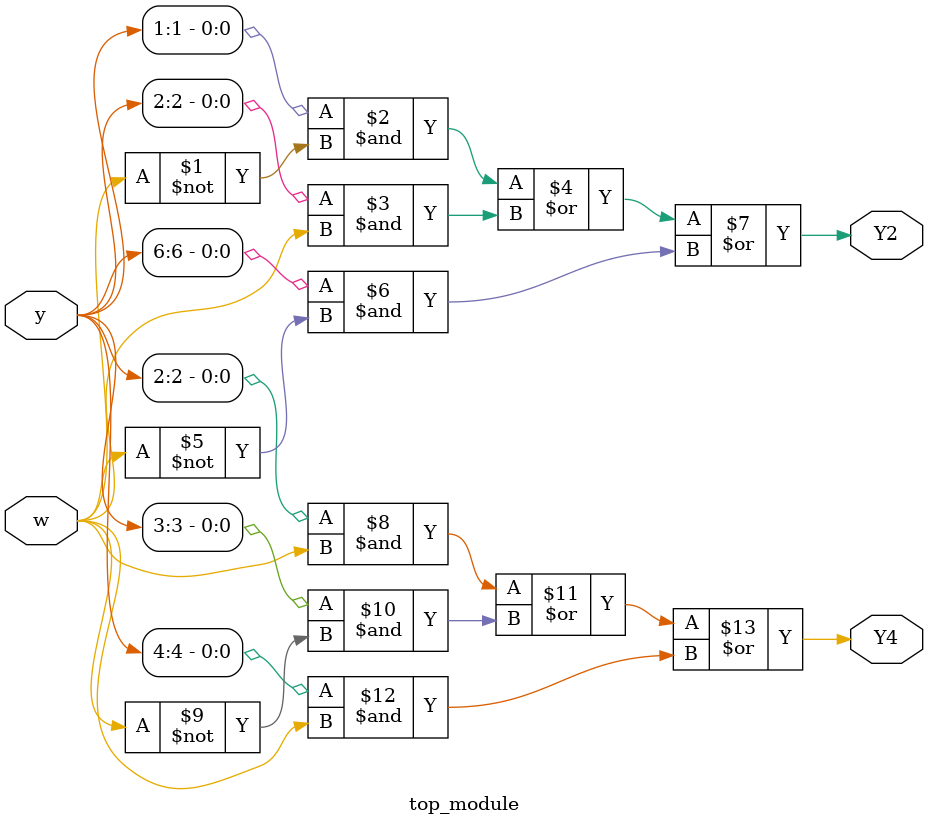
<source format=sv>
module top_module (
    input [6:1] y,
    input w,
    output Y2,
    output Y4
);

// Next-state logic for y[2]
assign Y2 = (y[1] & ~w) | (y[2] & w) | (y[6] & ~w);

// Next-state logic for y[4]
assign Y4 = (y[2] & w) | (y[3] & ~w) | (y[4] & w);

endmodule

</source>
